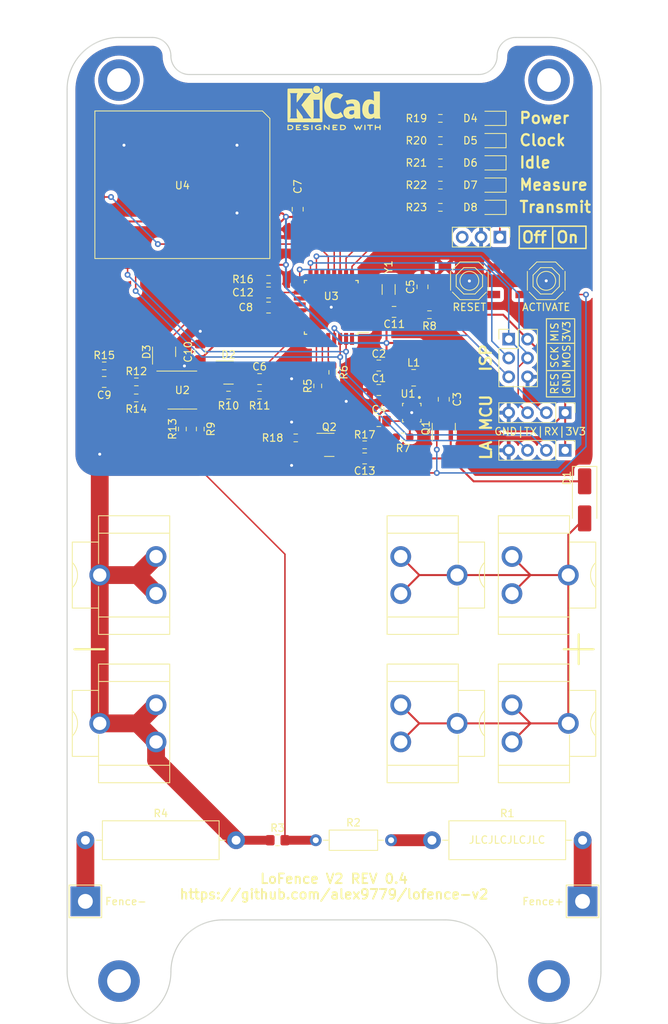
<source format=kicad_pcb>
(kicad_pcb (version 20221018) (generator pcbnew)
  (title_block (title "LoFence V2") (rev "0.4"))
  (layers (0 "F.Cu" signal) (31 "B.Cu" signal) (34 "B.Paste" user) (35 "F.Paste" user) (36 "B.SilkS" user "B.Silkscreen") (37 "F.SilkS" user "F.Silkscreen") (38 "B.Mask" user) (39 "F.Mask" user) (44 "Edge.Cuts" user))
  (net 0 "")
  (net 1 "GND")
  (net 2 "+3V3")
  (net 3 "MCU_RESET")
  (net 4 "ADC_POWER")
  (net 5 "ADC_POS")
  (net 6 "ADC_NEG")
  (net 7 "MCU_SCK")
  (net 8 "LA_RESET")
  (net 9 "LA_RX")
  (net 10 "LA_TX")
  (net 11 "PROBE")
  (net 12 "BAT_ADC")
  (net 13 "BAT_VCC")
  (net 14 "BAT_GND")
  (net 15 "Net-(U3-AREF)")
  (net 16 "AVCC")
  (net 17 "Net-(D2-A1)")
  (net 18 "Net-(D3-A1)")
  (net 19 "Net-(D4-K)")
  (net 20 "MCU_MISO")
  (net 21 "MCU_MOSI")
  (net 22 "LED_CLK")
  (net 23 "LED_IDLE")
  (net 24 "LED_MSR")
  (net 25 "LED_TX")
  (net 26 "Net-(D5-A)")
  (net 27 "Net-(D4-A)")
  (net 28 "Net-(D6-A)")
  (net 29 "Net-(D7-A)")
  (net 30 "Net-(R1-Pad1)")
  (net 33 "Net-(U3-XTAL1{slash}PB6)")
  (net 34 "Net-(U3-XTAL2{slash}PB7)")
  (net 37 "Net-(Q1-G)")
  (net 40 "Net-(U1-SS)")
  (net 41 "Net-(D8-A)")
  (net 42 "Net-(J1-Pin_1)")
  (net 43 "Net-(J2-Pin_1)")
  (net 44 "Net-(U1-L1)")
  (net 45 "Net-(U1-L2)")
  (net 46 "Net-(U1-PG)")
  (net 47 "Net-(U2B-+)")
  (net 48 "Net-(U2B--)")
  (net 49 "Net-(U2A--)")
  (net 50 "Net-(U2A-+)")
  (net 53 "PM_VCC")
  (net 54 "ACTIVATE")
  (net 55 "Net-(B11-Pin_1)")
  (footprint "Resistor_SMD:R_0603_1608Metric_Pad0.98x0.95mm_HandSolder" (layer "F.Cu") (at 70.8387 80.1605 -90)
    (fp_text reference "R6")
    (fp_text value "232R")
  )
  (footprint "Resistor_THT:R_Axial_DIN0516_L15.5mm_D5.0mm_P20.32mm_Horizontal" (layer "F.Cu") (at 37.472 143.256)
    (fp_text reference "R4")
    (fp_text value "10M 10KV")
  )
  (footprint "Resistor_SMD:R_0603_1608Metric_Pad0.98x0.95mm_HandSolder" (layer "F.Cu") (at 52.9586 87.803 -90)
    (fp_text reference "R9")
    (fp_text value "100k")
  )
  (footprint "Resistor_SMD:R_0603_1608Metric_Pad0.98x0.95mm_HandSolder" (layer "F.Cu") (at 62.1705 67.6141)
    (fp_text reference "R16")
    (fp_text value "47R")
  )
  (footprint "Capacitor_SMD:C_0805_2012Metric_Pad1.18x1.45mm_HandSolder" (layer "F.Cu") (at 66.1 58.166 -90)
    (fp_text reference "C7")
    (fp_text value "100nF")
  )
  (footprint "Capacitor_SMD:C_0805_2012Metric_Pad1.18x1.45mm_HandSolder" (layer "F.Cu") (at 62.1705 71.4241 180)
    (fp_text reference "C8")
    (fp_text value "100nF")
  )
  (footprint "Capacitor_SMD:C_0805_2012Metric_Pad1.18x1.45mm_HandSolder" (layer "F.Cu") (at 79.0956 72.009 180)
    (fp_text reference "C11")
    (fp_text value "100nF")
  )
  (footprint "ALITECS:LA66_serial-only" (layer "F.Cu") (at 50.546 54.864 -90)
    (fp_text reference "U4")
    (fp_text value "LA66")
  )
  (footprint "Resistor_THT:R_Axial_DIN0516_L15.5mm_D5.0mm_P20.32mm_Horizontal" (layer "F.Cu") (at 84.208 143.256)
    (fp_text reference "R1")
    (fp_text value "10M 10KV")
  )
  (footprint "Resistor_THT:R_Axial_DIN0207_L6.3mm_D2.5mm_P10.16mm_Horizontal" (layer "F.Cu") (at 68.536177 143.256)
    (fp_text reference "R2")
    (fp_text value "1M 700V")
  )
  (footprint "Resistor_SMD:R_0805_2012Metric_Pad1.20x1.40mm_HandSolder" (layer "F.Cu") (at 63.38 143.256)
    (fp_text reference "R3")
    (fp_text value "5k76")
  )
  (footprint "Resistor_SMD:R_0603_1608Metric_Pad0.98x0.95mm_HandSolder" (layer "F.Cu") (at 50.5456 87.803 -90)
    (fp_text reference "R13")
    (fp_text value "100k")
  )
  (footprint "Package_QFP:TQFP-32_7x7mm_P0.8mm" (layer "F.Cu") (at 70.6254 71.4 180)
    (fp_text reference "U3")
    (fp_text value "ATmega328PB-AU")
  )
  (footprint "MountingHole:MountingHole_3.2mm_M3_DIN965_Pad" (layer "F.Cu") (at 42 162.25 90)
    (fp_text reference "MH3" hide)
    (fp_text value "MountingHole")
  )
  (footprint "MountingHole:MountingHole_3.2mm_M3_DIN965_Pad" (layer "F.Cu") (at 100 40.75 90)
    (fp_text reference "MH2" hide)
    (fp_text value "MountingHole")
  )
  (footprint "MountingHole:MountingHole_3.2mm_M3_DIN965_Pad" (layer "F.Cu") (at 42 40.75 90)
    (fp_text reference "MH1" hide)
    (fp_text value "MountingHole")
  )
  (footprint "Crystal:Crystal_SMD_3215-2Pin_3.2x1.5mm" (layer "F.Cu") (at 78.3654 68.987 -90)
    (fp_text reference "Y1")
    (fp_text value "32768 Hz")
  )
  (footprint "TestPoint:TestPoint_THTPad_4.0x4.0mm_Drill2.0mm" (layer "F.Cu") (at 37.465 151.5 180)
    (fp_text reference "J2")
    (fp_text value "Fence-")
  )
  (footprint "TestPoint:TestPoint_THTPad_4.0x4.0mm_Drill2.0mm" (layer "F.Cu") (at 104.521 151.5 180)
    (fp_text reference "J1")
    (fp_text value "Fence+")
  )
  (footprint "Resistor_SMD:R_0603_1608Metric_Pad0.98x0.95mm_HandSolder" (layer "F.Cu") (at 68.8067 81.9893 -90)
    (fp_text reference "R5")
    (fp_text value "232R")
  )
  (footprint "Resistor_SMD:R_0603_1608Metric_Pad0.98x0.95mm_HandSolder" (layer "F.Cu") (at 40.0046 79.294)
    (fp_text reference "R15")
    (fp_text value "1M")
  )
  (footprint "Capacitor_SMD:C_0805_2012Metric_Pad1.18x1.45mm_HandSolder" (layer "F.Cu") (at 40.0046 81.453 180)
    (fp_text reference "C9")
    (fp_text value "100nF")
  )
  (footprint "Resistor_SMD:R_0603_1608Metric_Pad0.98x0.95mm_HandSolder" (layer "F.Cu") (at 44.3226 83.612)
    (fp_text reference "R14")
    (fp_text value "100k")
  )
  (footprint "Resistor_SMD:R_0603_1608Metric_Pad0.98x0.95mm_HandSolder" (layer "F.Cu") (at 60.9596 83.231 180)
    (fp_text reference "R11")
    (fp_text value "1M")
  )
  (footprint "Package_SO:SOIC-8_3.9x4.9mm_P1.27mm" (layer "F.Cu") (at 50.5456 82.55)
    (fp_text reference "U2")
    (fp_text value "TLV9062")
  )
  (footprint "Resistor_SMD:R_0603_1608Metric_Pad0.98x0.95mm_HandSolder" (layer "F.Cu") (at 44.3386 81.453)
    (fp_text reference "R12")
    (fp_text value "100k")
  )
  (footprint "Capacitor_SMD:C_0805_2012Metric_Pad1.18x1.45mm_HandSolder" (layer "F.Cu") (at 60.9596 81.072)
    (fp_text reference "C6")
    (fp_text value "100nF")
  )
  (footprint "Package_TO_SOT_SMD:SOT-23" (layer "F.Cu") (at 48.0818 77.389 90)
    (fp_text reference "D3")
    (fp_text value "BAV70")
  )
  (footprint "Package_TO_SOT_SMD:SOT-23" (layer "F.Cu") (at 56.7686 80.183)
    (fp_text reference "D2")
    (fp_text value "BAV70")
  )
  (footprint "Capacitor_SMD:C_0805_2012Metric_Pad1.18x1.45mm_HandSolder" (layer "F.Cu") (at 52.9586 77.389 90)
    (fp_text reference "C10")
    (fp_text value "100nF")
  )
  (footprint "Resistor_SMD:R_0603_1608Metric_Pad0.98x0.95mm_HandSolder" (layer "F.Cu") (at 56.7686 83.231 180)
    (fp_text reference "R10")
    (fp_text value "100k")
  )
  (footprint "Resistor_SMD:R_0603_1608Metric_Pad0.98x0.95mm_HandSolder" (layer "F.Cu") (at 85.345 57.912 180)
    (fp_text reference "R23")
    (fp_text value "150R")
  )
  (footprint "LED_SMD:LED_0805_2012Metric_Pad1.15x1.40mm_HandSolder" (layer "F.Cu") (at 92.345 51.912 180)
    (fp_text reference "D6")
    (fp_text value "EMERALD")
  )
  (footprint "Resistor_SMD:R_0603_1608Metric_Pad0.98x0.95mm_HandSolder" (layer "F.Cu") (at 85.345 54.912 180)
    (fp_text reference "R22")
    (fp_text value "220R")
  )
  (footprint "LED_SMD:LED_0805_2012Metric_Pad1.15x1.40mm_HandSolder" (layer "F.Cu") (at 92.345 48.912 180)
    (fp_text reference "D5")
    (fp_text value "YELLOW")
  )
  (footprint "LED_SMD:LED_0805_2012Metric_Pad1.15x1.40mm_HandSolder" (layer "F.Cu") (at 92.345 54.912 180)
    (fp_text reference "D7")
    (fp_text value "YELLOW")
  )
  (footprint "Resistor_SMD:R_0603_1608Metric_Pad0.98x0.95mm_HandSolder" (layer "F.Cu") (at 85.345 45.912 180)
    (fp_text reference "R19")
    (fp_text value "1k")
  )
  (footprint "Resistor_SMD:R_0603_1608Metric_Pad0.98x0.95mm_HandSolder" (layer "F.Cu") (at 85.345 48.912 180)
    (fp_text reference "R20")
    (fp_text value "220R")
  )
  (footprint "Connector_PinHeader_2.54mm:PinHeader_1x03_P2.54mm_Vertical" (layer "F.Cu") (at 93.3704 61.9252 -90)
    (fp_text reference locked "J4" hide)
    (fp_text value "DEBUG LED")
  )
  (footprint "LED_SMD:LED_0805_2012Metric_Pad1.15x1.40mm_HandSolder" (layer "F.Cu") (at 92.345 45.912 180)
    (fp_text reference "D4")
    (fp_text value "EMERALD")
  )
  (footprint "LED_SMD:LED_0805_2012Metric_Pad1.15x1.40mm_HandSolder" (layer "F.Cu") (at 92.345 57.912 180)
    (fp_text reference "D8")
    (fp_text value "RED")
  )
  (footprint "Resistor_SMD:R_0603_1608Metric_Pad0.98x0.95mm_HandSolder" (layer "F.Cu") (at 85.345 51.912 180)
    (fp_text reference "R21")
    (fp_text value "1k")
  )
  (footprint "Resistor_SMD:R_0603_1608Metric_Pad0.98x0.95mm_HandSolder" (layer "F.Cu") (at 83.8708 72.39 180)
    (fp_text reference "R8")
    (fp_text value "4k7")
  )
  (footprint "Capacitor_SMD:C_0805_2012Metric_Pad1.18x1.45mm_HandSolder" (layer "F.Cu") (at 82.931 68.6308 90)
    (fp_text reference "C5")
    (fp_text value "100nF")
  )
  (footprint "Capacitor_SMD:C_0805_2012Metric_Pad1.18x1.45mm_HandSolder" (layer "F.Cu") (at 85.8 83.7946 90)
    (fp_text reference "C3")
    (fp_text value "10uF")
  )
  (footprint "Connector_PinHeader_2.54mm:PinHeader_1x04_P2.54mm_Vertical" (layer "F.Cu") (at 102.1785 90.678 -90)
    (fp_text reference "J6" hide)
    (fp_text value "DEBUG LA")
  )
  (footprint "Connector_PinHeader_2.54mm:PinHeader_2x03_P2.54mm_Vertical" (layer "F.Cu") (at 94.5635 75.685)
    (fp_text reference "J3" hide)
    (fp_text value "ISP")
  )
  (footprint "Connector_PinHeader_2.54mm:PinHeader_1x04_P2.54mm_Vertical" (layer "F.Cu") (at 102.1785 85.598 -90)
    (fp_text reference "J5" hide)
    (fp_text value "DEBUG MCU")
  )
  (footprint "Capacitor_SMD:C_0805_2012Metric_Pad1.18x1.45mm_HandSolder" (layer "F.Cu") (at 62.1705 69.3934)
    (fp_text reference "C12")
    (fp_text value "100nF")
  )
  (footprint "ALITECS:TS-1187A-B-A-B" (layer "F.Cu") (at 89.2556 67.818 180)
    (fp_text reference locked "SW1" hide)
    (fp_text value locked "RESET")
  )
  (footprint "Capacitor_SMD:C_0805_2012Metric_Pad1.18x1.45mm_HandSolder" (layer "F.Cu") (at 77.0421 82.5446 180)
    (fp_text reference "C1")
    (fp_text value "10uF")
  )
  (footprint "Capacitor_SMD:C_0805_2012Metric_Pad1.18x1.45mm_HandSolder" (layer "F.Cu") (at 77.0421 79.2426 180)
    (fp_text reference "C2")
    (fp_text value "10uF")
  )
  (footprint "Resistor_SMD:R_0603_1608Metric_Pad0.98x0.95mm_HandSolder" (layer "F.Cu") (at 80.3148 88.8746)
    (fp_text reference "R7")
    (fp_text value "100k")
  )
  (footprint "ALITECS:MY-18650-01" (layer "F.Cu") (at 95 127.5 180)
    (fp_text reference "B21" hide)
    (fp_text value "MY-18650-01")
  )
  (footprint "Inductor_SMD:L_1008_2520Metric_Pad1.43x2.20mm_HandSolder" (layer "F.Cu") (at 81.7411 80.8936 180)
    (fp_text reference "L1")
    (fp_text value "1.5uH")
  )
  (footprint "Resistor_SMD:R_0603_1608Metric_Pad0.98x0.95mm_HandSolder" (layer "F.Cu") (at 65.8368 89.0016 180)
    (fp_text reference "R18")
    (fp_text value "1M")
  )
  (footprint "Symbol:KiCad-Logo2_5mm_SilkScreen" (layer "F.Cu") (at 71 44.5)
    (fp_text reference "REF**" hide)
    (fp_text value "KiCad-Logo2_5mm_SilkScreen" hide)
  )
  (footprint "Package_TO_SOT_SMD:SOT-23" (layer "F.Cu") (at 70.358 89.9414)
    (fp_text reference "Q2")
    (fp_text value "2N7002")
  )
  (footprint "Package_TO_SOT_SMD:SOT-23" (layer "F.Cu") (at 85.8012 87.6808 90)
    (fp_text reference "Q1")
    (fp_text value "LBSS84LT1G")
  )
  (footprint "ALITECS:MY-18650-01" (layer "F.Cu") (at 47 107.5)
    (fp_text reference "B10" hide)
    (fp_text value "MY-18650-01")
  )
  (footprint "Capacitor_SMD:C_0805_2012Metric_Pad1.18x1.45mm_HandSolder" (layer "F.Cu") (at 75.1332 91.7702 180)
    (fp_text reference "C13")
    (fp_text value "100nF")
  )
  (footprint "Capacitor_SMD:C_0805_2012Metric_Pad1.18x1.45mm_HandSolder" (layer "F.Cu") (at 77.0421 86.7356 180)
    (fp_text reference "C4")
    (fp_text value "1nF")
  )
  (footprint "MountingHole:MountingHole_3.2mm_M3_DIN965_Pad" (layer "F.Cu") (at 100 162.25)
    (fp_text reference "MH4" hide)
    (fp_text value "MountingHole")
  )
  (footprint "ALITECS:TPS63051RMW" (layer "F.Cu") (at 81.4871 85.5926 -90)
    (fp_text reference "U1")
    (fp_text value "TPS63051RMW")
  )
  (footprint "Diode_SMD:D_SMA_Handsoldering" (layer "F.Cu") (at 104.8 97.3582 -90)
    (fp_text reference "D1")
    (fp_text value "D_Schottky")
  )
  (footprint "ALITECS:TS-1187A-B-A-B" (layer "F.Cu") (at 99.6188 67.818 180)
    (fp_text reference locked "SW2" hide)
    (fp_text value locked "ACTIVATE")
  )
  (footprint "Symbol:OSHW-Logo_5.7x6mm_Copper" (layer "F.Cu") (at 71 51)
    (fp_text reference "REF**" hide)
    (fp_text value "OSHW-Logo_5.7x6mm_Copper" hide)
  )
  (footprint "ALITECS:MY-18650-01" (layer "F.Cu") (at 80 127.5 180)
    (fp_text reference "B41" hide)
    (fp_text value "MY-18650-01")
  )
  (footprint "ALITECS:MY-18650-01" (layer "F.Cu") (at 47 127.5)
    (fp_text reference "B20" hide)
    (fp_text value "MY-18650-01")
  )
  (footprint "ALITECS:MY-18650-01" (layer "F.Cu") (at 95 107.5 180)
    (fp_text reference "B11" hide)
    (fp_text value "MY-18650-01")
  )
  (footprint "Resistor_SMD:R_0603_1608Metric_Pad0.98x0.95mm_HandSolder" (layer "F.Cu") (at 75.1332 89.9414)
    (fp_text reference "R17")
    (fp_text value "100k")
  )
  (footprint "ALITECS:MY-18650-01" (layer "F.Cu") (at 80 107.5 180)
    (fp_text reference "B31" hide)
    (fp_text value "MY-18650-01")
  )
  (gr_line (start 104.9824 63.4506) (end 95.9824 63.4506) (stroke (width 0.2)) (layer "F.SilkS"))
  (gr_line (start 95.9824 60.4506) (end 104.9824 60.4506) (stroke (width 0.2)) (layer "F.SilkS"))
  (gr_line (start 104.9824 60.4506) (end 104.9824 63.4506) (stroke (width 0.2)) (layer "F.SilkS"))
  (gr_line (start 95.9824 63.4506) (end 95.9824 60.4506) (stroke (width 0.2)) (layer "F.SilkS"))
  (gr_line (start 100.4824 63.4506) (end 100.4824 60.4506) (stroke (width 0.2)) (layer "F.SilkS"))
  (gr_line (start 36 117.5) (end 40 117.5) (stroke (width 0.3)) (layer "F.SilkS"))
  (gr_line (start 99.6485 76.2415) (end 103.4585 76.2415) (stroke (width 0.15)) (layer "F.SilkS"))
  (gr_line (start 99.6485 79.9245) (end 103.4585 79.9245) (stroke (width 0.15)) (layer "F.SilkS"))
  (gr_line (start 102 117.5) (end 106 117.5) (stroke (width 0.3)) (layer "F.SilkS"))
  (gr_line (start 104 115.5) (end 104 119.5) (stroke (width 0.3)) (layer "F.SilkS"))
  (gr_rect (start 99.6485 72.9395) (end 103.4585 83.4805) (stroke (width 0.15)) (fill none) (layer "F.SilkS"))
  (gr_arc (start 100 35) (mid 104.949747 37.050253) (end 107 42) (stroke (width 0.15)) (layer "Edge.Cuts"))
  (gr_line (start 56 154) (end 86 154) (stroke (width 0.15)) (layer "Edge.Cuts"))
  (gr_arc (start 100 168) (mid 95.050253 165.949747) (end 93 161) (stroke (width 0.15)) (layer "Edge.Cuts"))
  (gr_arc (start 42 168) (mid 37.050253 165.949747) (end 35 161) (stroke (width 0.15)) (layer "Edge.Cuts"))
  (gr_line (start 46.5 35) (end 42 35) (stroke (width 0.15)) (layer "Edge.Cuts"))
  (gr_line (start 90.5 40) (end 51.5 40) (stroke (width 0.15)) (layer "Edge.Cuts"))
  (gr_arc (start 49 161) (mid 46.949747 165.949747) (end 42 168) (stroke (width 0.15)) (layer "Edge.Cuts"))
  (gr_line (start 100 35) (end 95.5 35) (stroke (width 0.15)) (layer "Edge.Cuts"))
  (gr_arc (start 46.5 35) (mid 48.267767 35.732233) (end 49 37.5) (stroke (width 0.15)) (layer "Edge.Cuts"))
  (gr_line (start 107 161) (end 107 42) (stroke (width 0.15)) (layer "Edge.Cuts"))
  (gr_arc (start 51.5 40) (mid 49.732233 39.267767) (end 49 37.5) (stroke (width 0.15)) (layer "Edge.Cuts"))
  (gr_arc (start 49 161) (mid 51.050253 156.050253) (end 56 154) (stroke (width 0.15)) (layer "Edge.Cuts"))
  (gr_arc (start 107 161) (mid 104.949747 165.949747) (end 100 168) (stroke (width 0.15)) (layer "Edge.Cuts"))
  (gr_arc (start 35 42) (mid 37.050253 37.050253) (end 42 35) (stroke (width 0.15)) (layer "Edge.Cuts"))
  (gr_arc (start 93 37.5) (mid 93.732233 35.732233) (end 95.5 35) (stroke (width 0.15)) (layer "Edge.Cuts"))
  (gr_arc (start 86 154) (mid 90.949747 156.050253) (end 93 161) (stroke (width 0.15)) (layer "Edge.Cuts"))
  (gr_line (start 35 42) (end 35 161) (stroke (width 0.15)) (layer "Edge.Cuts"))
  (gr_arc (start 93 37.5) (mid 92.267767 39.267767) (end 90.5 40) (stroke (width 0.15)) (layer "Edge.Cuts"))
  (gr_text "On" (at 102.4824 61.9506) (layer "F.SilkS") (effects (font (size 1.5 1.5) (thickness 0.3))))
  (gr_text "Power" (at 95.845 45.864) (layer "F.SilkS") (effects (font (size 1.5 1.5) (thickness 0.3)) (justify left)))
  (gr_text "Clock" (at 95.845 48.864) (layer "F.SilkS") (effects (font (size 1.5 1.5) (thickness 0.3)) (justify left)))
  (gr_text "Off" (at 98.0184 61.9506) (layer "F.SilkS") (effects (font (size 1.5 1.5) (thickness 0.3))))
  (gr_text "Measure" (at 95.845 54.864) (layer "F.SilkS") (effects (font (size 1.5 1.5) (thickness 0.3)) (justify left)))
  (gr_text "Transmit" (at 95.845 57.864) (layer "F.SilkS") (effects (font (size 1.5 1.5) (thickness 0.3)) (justify left)))
  (gr_text "Idle" (at 95.845 51.864) (layer "F.SilkS") (effects (font (size 1.5 1.5) (thickness 0.3)) (justify left)))
  (gr_text "MCU" (at 91.5 85.598 90) (layer "F.SilkS") (effects (font (size 1.5 1.5) (thickness 0.3))))
  (gr_text "RES\nGND" (at 102.9505 83.2265 90) (layer "F.SilkS") (effects (font (size 1 1)) (justify left bottom)))
  (gr_text "ISP" (at 91.4697 78.21 90) (layer "F.SilkS") (effects (font (size 1.5 1.5) (thickness 0.3))))
  (gr_text "JLCJLCJLCJLC" (at 89.1 143.8) (layer "F.SilkS") (effects (font (size 1 1)) (justify left bottom)))
  (gr_text "${TITLE} REV ${REVISION}\nhttps://github.com/alex9779/lofence-v2\n" (at 71 149.5) (layer "F.SilkS") (effects (font (size 1.3 1.3) (thickness 0.25))))
  (gr_text "LA" (at 91.5 90.678 90) (layer "F.SilkS") (effects (font (size 1.5 1.5) (thickness 0.3))))
  (gr_text "MIS\n3V3" (at 102.9505 76.1145 90) (layer "F.SilkS") (effects (font (size 1 1)) (justify left bottom)))
  (gr_text "SCK\nMOS" (at 102.9505 79.6705 90) (layer "F.SilkS") (effects (font (size 1 1)) (justify left bottom)))
  (gr_text "GND|TX|RX|3V3" (at 98.806 88.138) (layer "F.SilkS") (effects (font (size 1 1))))
  (segment (start 39.4 107.5) (end 44.5 107.5) (width 2.4) (layer "F.Cu") (net 1))
  (segment (start 81.2301 85.8426) (end 81.4801 85.5926) (width 0.27) (layer "F.Cu") (net 1))
  (segment (start 47 132.464) (end 57.792 143.256) (width 2.4) (layer "F.Cu") (net 1))
  (segment (start 81.4801 85.5926) (end 81.7371 85.3356) (width 0.27) (layer "F.Cu") (net 1))
  (segment (start 44.5 107.5) (end 47 105) (width 2.4) (layer "F.Cu") (net 1))
  (segment locked (start 62.38 143.256) (end 57.792 143.256) (width 1.2) (layer "F.Cu") (net 1))
  (segment (start 44.5 107.5) (end 47 110) (width 2.4) (layer "F.Cu") (net 1))
  (segment (start 71 71) (end 70.6254 71.3746) (width 0.27) (layer "F.Cu") (net 1))
  (segment (start 39.4 107.5) (end 39.4 127.5) (width 2.4) (layer "F.Cu") (net 1))
  (segment (start 47 130) (end 47 132.464) (width 2.4) (layer "F.Cu") (net 1))
  (segment (start 70.2 71.8) (end 70.6254 71.3746) (width 0.27) (layer "F.Cu") (net 1))
  (segment (start 74.8754 71) (end 71 71) (width 0.27) (layer "F.Cu") (net 1))
  (segment (start 81.4801 85.5926) (end 81.7371 85.8496) (width 0.27) (layer "F.Cu") (net 1))
  (segment (start 80.3021 85.8426) (end 81.2301 85.8426) (width 0.27) (layer "F.Cu") (net 1))
  (segment (start 44.5 127.5) (end 47 130) (width 2.4) (layer "F.Cu") (net 1))
  (segment (start 81.7371 85.3356) (end 81.7371 84.4076) (width 0.27) (layer "F.Cu") (net 1))
  (segment (start 66.3754 71.8) (end 70.2 71.8) (width 0.27) (layer "F.Cu") (net 1))
  (segment (start 39.4 107.5) (end 39.4 91.2) (width 2.4) (layer "F.Cu") (net 1))
  (segment (start 44.5 127.5) (end 47 125) (width 2.4) (layer "F.Cu") (net 1))
  (segment (start 81.7371 85.8496) (end 81.7371 86.7776) (width 0.27) (layer "F.Cu") (net 1))
  (segment (start 39.4 127.5) (end 44.5 127.5) (width 2.4) (layer "F.Cu") (net 1))
  (segment (start 102.9188 65.968) (end 96.3188 65.968) (width 0.2) (layer "F.Cu") (net 1))
  (via (at 39.4 91.2) (size 0.8) (drill 0.4) (layers "F.Cu" "B.Cu") (net 1))
  (via (at 89.2556 67.8434) (size 0.8) (drill 0.4) (layers "F.Cu" "B.Cu") (net 1))
  (via (at 81.4801 85.5926) (size 0.8) (drill 0.4) (layers "F.Cu" "B.Cu") (net 1))
  (via (at 70.6254 71.3746) (size 0.8) (drill 0.4) (layers "F.Cu" "B.Cu") (net 1))
  (via (at 72.644 84.074) (size 0.8) (drill 0.4) (layers "F.Cu" "B.Cu") (net 1))
  (via (at 57.912 49.53) (size 0.8) (drill 0.4) (layers "F.Cu" "B.Cu") (net 1))
  (via (at 52.959 74.6252) (size 0.8) (drill 0.4) (layers "F.Cu" "B.Cu") (net 1))
  (via (at 65.278 81.026) (size 0.8) (drill 0.4) (layers "F.Cu" "B.Cu") (net 1))
  (via (at 65.278 86.868) (size 0.8) (drill 0.4) (layers "F.Cu" "B.Cu") (net 1))
  (via (at 65.278 92.71) (size 0.8) (drill 0.4) (layers "F.Cu" "B.Cu") (net 1))
  (via (at 42.672 49.53) (size 0.8) (drill 0.4) (layers "F.Cu" "B.Cu") (net 1))
  (via (at 50.8254 79.2988) (size 0.8) (drill 0.4) (layers "F.Cu" "B.Cu") (net 1))
  (via (at 57.912 58.674) (size 0.8) (drill 0.4) (layers "F.Cu" "B.Cu") (net 1))
  (via (at 99.6188 67.818) (size 0.8) (drill 0.4) (layers "F.Cu" "B.Cu") (net 1))
  (segment (start 78.0796 82.6201) (end 80.3021 84.8426) (width 0.27) (layer "F.Cu") (net 2))
  (segment (start 80.3021 85.3426) (end 80.3021 84.8426) (width 0.27) (layer "F.Cu") (net 2))
  (segment (start 63.2131 65.659) (end 64.516 65.659) (width 0.27) (layer "F.Cu") (net 2))
  (segment (start 102.1635 85.583) (end 102.1785 85.598) (width 0.27) (layer "F.Cu") (net 2))
  (segment (start 64.048 58.714) (end 64.516 59.182) (width 0.27) (layer "F.Cu") (net 2))
  (segment (start 78.0796 79.2426) (end 78.0796 76.2) (width 0.27) (layer "F.Cu") (net 2))
  (segment (start 78.0796 76.2) (end 82.4747 76.2) (width 0.27) (layer "F.Cu") (net 2))
  (segment (start 93.8085 72.39) (end 97.1035 75.685) (width 0.27) (layer "F.Cu") (net 2))
  (segment (start 82.4747 76.2) (end 94.3907 88.116) (width 0.27) (layer "F.Cu") (net 2))
  (segment (start 99.6605 88.116) (end 102.1785 85.598) (width 0.27) (layer "F.Cu") (net 2))
  (segment (start 62.371 59.814) (end 52.9082 59.814) (width 0.27) (layer "F.Cu") (net 2))
  (segment (start 78.0796 76.2) (end 78.0796 72.0305) (width 0.27) (layer "F.Cu") (net 2))
  (segment (start 102.1785 80.76) (end 102.1785 85.598) (width 0.27) (layer "F.Cu") (net 2))
  (segment (start 42.146 59.814) (end 40.946 61.014) (width 0.27) (layer "F.Cu") (net 2))
  (segment (start 66.1 59.2035) (end 71.141 59.2035) (width 0.27) (layer "F.Cu") (net 2))
  (segment (start 61.258 67.6141) (end 63.2131 65.659) (width 0.27) (layer "F.Cu") (net 2))
  (segment (start 97.1035 75.685) (end 102.1785 80.76) (width 0.27) (layer "F.Cu") (net 2))
  (segment (start 78.359 88.8746) (end 77.1421 87.6577) (width 0.27) (layer "F.Cu") (net 2))
  (segment (start 78.0796 82.5446) (end 78.0796 79.2426) (width 0.27) (layer "F.Cu") (net 2))
  (segment (start 77.1421 87.6577) (end 77.1421 85.8243) (width 0.27) (layer "F.Cu") (net 2))
  (segment (start 77.1421 85.8243) (end 77.6238 85.3426) (width 0.27) (layer "F.Cu") (net 2))
  (segment (start 66.1 59.2035) (end 64.5375 59.2035) (width 0.27) (layer "F.Cu") (net 2))
  (segment (start 77.6238 85.3426) (end 80.3021 85.3426) (width 0.27) (layer "F.Cu") (net 2))
  (segment (start 74.8754 71.8) (end 77.8491 71.8) (width 0.27) (layer "F.Cu") (net 2))
  (segment (start 63.884 59.814) (end 64.516 59.182) (width 0.27) (layer "F.Cu") (net 2))
  (segment (start 62.371 58.714) (end 64.048 58.714) (width 0.27) (layer "F.Cu") (net 2))
  (segment (start 52.9082 59.814) (end 42.146 59.814) (width 0.27) (layer "F.Cu") (net 2))
  (segment (start 79.4023 88.8746) (end 78.359 88.8746) (width 0.27) (layer "F.Cu") (net 2))
  (segment (start 42.046 64.839) (end 40.946 64.839) (width 0.27) (layer "F.Cu") (net 2))
  (segment (start 94.3907 88.116) (end 99.6605 88.116) (width 0.27) (layer "F.Cu") (net 2))
  (segment (start 78.0796 72.0305) (end 78.0581 72.009) (width 0.27) (layer "F.Cu") (net 2))
  (segment (start 71.141 59.2035) (end 84.4325 45.912) (width 0.27) (layer "F.Cu") (net 2))
  (segment (start 77.8491 71.8) (end 78.0581 72.009) (width 0.27) (layer "F.Cu") (net 2))
  (segment (start 84.7833 72.39) (end 93.8085 72.39) (width 0.27) (layer "F.Cu") (net 2))
  (segment (start 40.946 64.839) (end 40.946 61.014) (width 0.27) (layer "F.Cu") (net 2))
  (segment (start 39.746 59.814) (end 38.721 59.814) (width 0.27) (layer "F.Cu") (net 2))
  (segment (start 64.5375 59.2035) (end 64.516 59.182) (width 0.27) (layer "F.Cu") (net 2))
  (segment (start 102.1785 85.598) (end 102.1785 90.678) (width 0.27) (layer "F.Cu") (net 2))
  (segment (start 40.946 61.014) (end 39.746 59.814) (width 0.27) (layer "F.Cu") (net 2))
  (segment (start 62.371 59.814) (end 63.884 59.814) (width 0.27) (layer "F.Cu") (net 2))
  (segment (start 78.0796 82.5446) (end 78.0796 82.6201) (width 0.27) (layer "F.Cu") (net 2))
  (segment (start 80.3021 84.8426) (end 80.7371 84.4076) (width 0.27) (layer "F.Cu") (net 2))
  (via (at 64.516 59.182) (size 0.8) (drill 0.4) (layers "F.Cu" "B.Cu") (net 2))
  (via (at 78.0796 76.2) (size 0.8) (drill 0.4) (layers "F.Cu" "B.Cu") (net 2))
  (via (at 64.516 65.659) (size 0.8) (drill 0.4) (layers "F.Cu" "B.Cu") (net 2))
  (segment (start 64.516 68.751661) (end 64.516 65.659) (width 0.27) (layer "B.Cu") (net 2))
  (segment (start 64.516 65.659) (end 64.516 59.182) (width 0.27) (layer "B.Cu") (net 2))
  (segment (start 71.964339 76.2) (end 64.516 68.751661) (width 0.27) (layer "B.Cu") (net 2))
  (segment (start 78.0796 76.2) (end 71.964339 76.2) (width 0.27) (layer "B.Cu") (net 2))
  (segment (start 82.9313 69.668) (end 82.931 69.6683) (width 0.2) (layer "F.Cu") (net 3))
  (segment (start 92.5556 69.668) (end 85.9556 69.668) (width 0.2) (layer "F.Cu") (net 3))
  (segment (start 82.931 72.3627) (end 82.931 69.6683) (width 0.2) (layer "F.Cu") (net 3))
  (segment (start 83.7333 73.165) (end 86.9835 73.165) (width 0.2) (layer "F.Cu") (net 3))
  (segment (start 71.0254 74.2372) (end 71.0438 74.2188) (width 0.2) (layer "F.Cu") (net 3))
  (segment (start 82.9583 72.39) (end 83.7333 73.165) (width 0.2) (layer "F.Cu") (net 3))
  (segment (start 94.5635 80.745) (end 94.5635 80.765) (width 0.2) (layer "F.Cu") (net 3))
  (segment (start 71.0254 75.65) (end 71.0254 74.2372) (width 0.2) (layer "F.Cu") (net 3))
  (segment (start 82.9583 72.39) (end 82.931 72.3627) (width 0.2) (layer "F.Cu") (net 3))
  (segment (start 85.9556 69.668) (end 82.9313 69.668) (width 0.2) (layer "F.Cu") (net 3))
  (segment (start 86.9835 73.165) (end 94.5635 80.745) (width 0.2) (layer "F.Cu") (net 3))
  (via (at 71.0438 74.2188) (size 0.8) (drill 0.4) (layers "F.Cu" "B.Cu") (net 3))
  (segment (start 71.0438 74.2188) (end 72.009 75.184) (width 0.2) (layer "B.Cu") (net 3))
  (segment (start 88.9825 75.184) (end 94.5635 80.765) (width 0.2) (layer "B.Cu") (net 3))
  (segment (start 72.009 75.184) (end 88.9825 75.184) (width 0.2) (layer "B.Cu") (net 3))
  (segment (start 57.1851 74.2) (end 66.3754 74.2) (width 0.27) (layer "F.Cu") (net 4))
  (segment (start 52.9586 78.4265) (end 57.1851 74.2) (width 0.27) (layer "F.Cu") (net 4))
  (segment (start 53.0206 78.4885) (end 52.9586 78.4265) (width 0.27) (layer "F.Cu") (net 4))
  (segment (start 53.0206 80.645) (end 53.0206 78.4885) (width 0.27) (layer "F.Cu") (net 4))
  (segment (start 57.7686 83.231) (end 59.9596 83.231) (width 0.2) (layer "F.Cu") (net 5))
  (segment (start 59.9596 81.1095) (end 59.9221 81.072) (width 0.2) (layer "F.Cu") (net 5))
  (segment (start 59.9596 83.231) (end 59.9596 81.1095) (width 0.2) (layer "F.Cu") (net 5))
  (segment (start 65.3441 75.65) (end 67.8254 75.65) (width 0.2) (layer "F.Cu") (net 5))
  (segment (start 59.9221 81.072) (end 58.5951 81.072) (width 0.2) (layer "F.Cu") (net 5))
  (segment (start 59.9221 81.072) (end 65.3441 75.65) (width 0.2) (layer "F.Cu") (net 5))
  (segment (start 58.5951 81.072) (end 57.7061 80.183) (width 0.2) (layer "F.Cu") (net 5))
  (segment (start 43.3386 81.453) (end 41.0421 81.453) (width 0.2) (layer "F.Cu") (net 6))
  (segment (start 47.777 76.4515) (end 48.0818 76.4515) (width 0.2) (layer "F.Cu") (net 6))
  (segment (start 41.0421 79.3315) (end 41.0046 79.294) (width 0.2) (layer "F.Cu") (net 6))
  (segment (start 43.3386 81.453) (end 43.3386 80.024) (width 0.2) (layer "F.Cu") (net 6))
  (segment (start 51.1333 73.4) (end 66.3754 73.4) (width 0.2) (layer "F.Cu") (net 6))
  (segment (start 43.3386 80.024) (end 46.9111 76.4515) (width 0.2) (layer "F.Cu") (net 6))
  (segment (start 41.0421 81.453) (end 41.0421 79.3315) (width 0.2) (layer "F.Cu") (net 6))
  (segment (start 48.0818 76.4515) (end 51.1333 73.4) (width 0.2) (layer "F.Cu") (net 6))
  (segment (start 46.9111 76.4515) (end 47.777 76.4515) (width 0.2) (layer "F.Cu") (net 6))
  (segment (start 66.3702 66.294) (end 66.3754 66.2992) (width 0.2) (layer "F.Cu") (net 7))
  (segment (start 66.3754 66.2992) (end 66.3754 68.6) (width 0.2) (layer "F.Cu") (net 7))
  (via (at 66.3702 66.294) (size 0.8) (drill 0.4) (layers "F.Cu" "B.Cu") (net 7))
  (segment (start 91.4654 66.294) (end 92.2825 67.1111) (width 0.2) (layer "B.Cu") (net 7))
  (segment (start 66.3702 66.294) (end 91.4654 66.294) (width 0.2) (layer "B.Cu") (net 7))
  (segment (start 92.2825 67.1111) (end 92.2825 75.944) (width 0.2) (layer "B.Cu") (net 7))
  (segment (start 92.2825 75.944) (end 94.5635 78.225) (width 0.2) (layer "B.Cu") (net 7))
  (segment (start 70.2254 64.5095) (end 70.2254 67.15) (width 0.2) (layer "F.Cu") (net 8))
  (segment (start 47.244 62.865) (end 68.5809 62.865) (width 0.2) (layer "F.Cu") (net 8))
  (segment (start 38.722 56.515) (end 38.721 56.514) (width 0.2) (layer "F.Cu") (net 8))
  (segment (start 40.9194 56.515) (end 38.722 56.515) (width 0.2) (layer "F.Cu") (net 8))
  (segment (start 68.5809 62.865) (end 70.2254 64.5095) (width 0.2) (layer "F.Cu") (net 8))
  (via (at 40.9194 56.515) (size 0.8) (drill 0.4) (layers "F.Cu" "B.Cu") (net 8))
  (via (at 47.244 62.865) (size 0.8) (drill 0.4) (layers "F.Cu" "B.Cu") (net 8))
  (segment (start 47.244 62.8396) (end 40.9194 56.515) (width 0.2) (layer "B.Cu") (net 8))
  (segment (start 47.244 62.865) (end 47.244 62.8396) (width 0.2) (layer "B.Cu") (net 8))
  (segment (start 43.1546 64.8476) (end 43.146 64.839) (width 0.2) (layer "F.Cu") (net 9))
  (segment (start 72.6186 77.3684) (end 72.6254 77.3616) (width 0.2) (layer "F.Cu") (net 9))
  (segment (start 43.1546 67.0052) (end 43.1546 64.8476) (width 0.2) (layer "F.Cu") (net 9))
  (segment (start 72.6254 77.3616) (end 72.6254 75.65) (width 0.2) (layer "F.Cu") (net 9))
  (via (at 72.6186 77.3684) (size 0.8) (drill 0.4) (layers "F.Cu" "B.Cu") (net 9))
  (via (at 43.1546 67.0052) (size 0.8) (drill 0.4) (layers "F.Cu" "B.Cu") (net 9))
  (segment (start 72.6186 80.3686) (end 80.8452 88.5952) (width 0.2) (layer "B.Cu") (net 9))
  (segment (start 72.6186 77.3684) (end 53.5178 77.3684) (width 0.2) (layer "B.Cu") (net 9))
  (segment (start 80.8452 88.5952) (end 97.5557 88.5952) (width 0.2) (layer "B.Cu") (net 9))
  (segment (start 53.5178 77.3684) (end 43.1546 67.0052) (width 0.2) (layer "B.Cu") (net 9))
  (segment (start 72.6186 77.3684) (end 72.6186 80.3686) (width 0.2) (layer "B.Cu") (net 9))
  (segment (start 97.5557 88.5952) (end 99.6385 90.678) (width 0.2) (layer "B.Cu") (net 9))
  (segment (start 71.8254 78.0871) (end 71.8312 78.0929) (width 0.2) (layer "F.Cu") (net 10))
  (segment (start 44.246 69.1888) (end 44.246 64.839) (width 0.2) (layer "F.Cu") (net 10))
  (segment (start 44.2468 69.1896) (end 44.246 69.1888) (width 0.2) (layer "F.Cu") (net 10))
  (segment (start 71.8254 75.65) (end 71.8254 78.0871) (width 0.2) (layer "F.Cu") (net 10))
  (via (at 44.2468 69.1896) (size 0.8) (drill 0.4) (layers "F.Cu" "B.Cu") (net 10))
  (via (at 71.8312 78.0929) (size 0.8) (drill 0.4) (layers "F.Cu" "B.Cu") (net 10))
  (segment (start 71.8312 78.0929) (end 71.8312 80.5812) (width 0.2) (layer "B.Cu") (net 10))
  (segment (start 71.8312 80.5812) (end 80.6072 89.3572) (width 0.2) (layer "B.Cu") (net 10))
  (segment (start 53.1501 78.0929) (end 44.2468 69.1896) (width 0.2) (layer "B.Cu") (net 10))
  (segment (start 95.7777 89.3572) (end 97.0985 90.678) (width 0.2) (layer "B.Cu") (net 10))
  (segment (start 71.8312 78.0929) (end 53.1501 78.0929) (width 0.2) (layer "B.Cu") (net 10))
  (segment (start 80.6072 89.3572) (end 95.7777 89.3572) (width 0.2) (layer "B.Cu") (net 10))
  (segment (start 52.9586 88.946) (end 52.9586 88.803) (width 0.2) (layer "F.Cu") (net 11))
  (segment (start 64.38 143.256) (end 64.38 104.6854) (width 0.2) (layer "F.Cu") (net 11))
  (segment (start 51.8156 90.073) (end 50.5456 88.803) (width 0.2) (layer "F.Cu") (net 11))
  (segment (start 64.38 104.6854) (end 51.8156 92.121) (width 0.2) (layer "F.Cu") (net 11))
  (segment (start 51.8156 92.121) (end 51.8156 90.073) (width 0.2) (layer "F.Cu") (net 11))
  (segment (start 51.8156 90.073) (end 51.8316 90.073) (width 0.2) (layer "F.Cu") (net 11))
  (segment (start 51.8316 90.073) (end 52.9586 88.946) (width 0.2) (layer "F.Cu") (net 11))
  (segment locked (start 68.536177 143.256) (end 64.38 143.256) (width 1.2) (layer "F.Cu") (net 11))
  (segment (start 70.8387 81.073) (end 68.8105 81.073) (width 0.2) (layer "F.Cu") (net 12))
  (segment (start 68.8105 81.073) (end 68.8067 81.0768) (width 0.2) (layer "F.Cu") (net 12))
  (segment (start 69.4254 80.4581) (end 68.8067 81.0768) (width 0.2) (layer "F.Cu") (net 12))
  (segment (start 69.4254 75.65) (end 69.4254 80.4581) (width 0.2) (layer "F.Cu") (net 12))
  (segment (start 76.1707 90.0664) (end 76.0457 89.9414) (width 0.27) (layer "F.Cu") (net 13))
  (segment (start 76.1707 91.7702) (end 76.1707 90.0664) (width 0.27) (layer "F.Cu") (net 13))
  (segment (start 86.741 88.6285) (end 86.7512 88.6183) (width 0.27) (layer "F.Cu") (net 13))
  (segment (start 89.829 94.8582) (end 86.741 91.7702) (width 0.27) (layer "F.Cu") (net 13))
  (segment (start 69.0061 82.9018) (end 76.0457 89.9414) (width 0.27) (layer "F.Cu") (net 13))
  (segment (start 104.8 94.8582) (end 89.829 94.8582) (width 0.27) (layer "F.Cu") (net 13))
  (segment (start 68.8067 82.9018) (end 69.0061 82.9018) (width 0.27) (layer "F.Cu") (net 13))
  (segment (start 86.741 91.7702) (end 86.741 88.6285) (width 0.27) (layer "F.Cu") (net 13))
  (segment (start 76.1707 91.7702) (end 86.741 91.7702) (width 0.27) (layer "F.Cu") (net 13))
  (segment (start 70.2254 78.6347) (end 70.8387 79.248) (width 0.2) (layer "F.Cu") (net 14))
  (segment (start 70.2254 75.65) (end 70.2254 78.6347) (width 0.2) (layer "F.Cu") (net 14))
  (segment (start 63.6321 71) (end 66.3754 71) (width 0.2) (layer "F.Cu") (net 15))
  (segment (start 63.208 71.4241) (end 63.6321 71) (width 0.2) (layer "F.Cu") (net 15))
  (segment (start 63.208 69.3934) (end 66.3688 69.3934) (width 0.2) (layer "F.Cu") (net 16))
  (segment (start 63.208 69.3934) (end 63.083 69.2684) (width 0.2) (layer "F.Cu") (net 16))
  (segment (start 63.083 69.2684) (end 63.083 67.6141) (width 0.2) (layer "F.Cu") (net 16))
  (segment (start 66.3688 69.3934) (end 66.3754 69.4) (width 0.2) (layer "F.Cu") (net 16))
  (segment (start 55.0491 81.915) (end 55.8311 81.133) (width 0.2) (layer "F.Cu") (net 17))
  (segment (start 53.0206 81.915) (end 55.0491 81.915) (width 0.2) (layer "F.Cu") (net 17))
  (segment (start 55.8311 81.133) (end 55.8311 79.233) (width 0.2) (layer "F.Cu") (net 17))
  (segment (start 48.0706 79.2653) (end 47.1318 78.3265) (width 0.2) (layer "F.Cu") (net 18))
  (segment (start 48.0706 80.645) (end 48.0706 79.2877) (width 0.2) (layer "F.Cu") (net 18))
  (segment (start 48.0706 80.645) (end 48.0706 79.2653) (width 0.2) (layer "F.Cu") (net 18))
  (segment (start 48.0706 79.2877) (end 49.0318 78.3265) (width 0.2) (layer "F.Cu") (net 18))
  (segment (start 93.37 54.912) (end 93.37 57.912) (width 0.2) (layer "F.Cu") (net 19))
  (segment (start 93.37 57.912) (end 93.37 61.9248) (width 0.2) (layer "F.Cu") (net 19))
  (segment (start 93.37 51.912) (end 93.37 54.912) (width 0.2) (layer "F.Cu") (net 19))
  (segment (start 93.37 48.912) (end 93.37 51.912) (width 0.2) (layer "F.Cu") (net 19))
  (segment (start 93.37 45.912) (end 93.37 48.912) (width 0.2) (layer "F.Cu") (net 19))
  (segment (start 93.37 61.9248) (end 93.3704 61.9252) (width 0.2) (layer "F.Cu") (net 19))
  (segment (start 67.8254 65.4084) (end 67.8254 67.15) (width 0.2) (layer "F.Cu") (net 20))
  (via (at 67.8254 65.4084) (size 0.8) (drill 0.4) (layers "F.Cu" "B.Cu") (net 20))
  (segment (start 95.8385 82.274) (end 99.1625 85.598) (width 0.2) (layer "B.Cu") (net 20))
  (segment (start 94.5635 75.685) (end 95.8385 76.96) (width 0.2) (layer "B.Cu") (net 20))
  (segment (start 99.1625 85.598) (end 99.6385 85.598) (width 0.2) (layer "B.Cu") (net 20))
  (segment (start 95.8385 76.96) (end 95.8385 82.274) (width 0.2) (layer "B.Cu") (net 20))
  (segment (start 94.5635 68.826414) (end 94.5635 75.685) (width 0.2) (layer "B.Cu") (net 20))
  (segment (start 91.145486 65.4084) (end 94.5635 68.826414) (width 0.2) (layer "B.Cu") (net 20))
  (segment (start 67.8254 65.4084) (end 91.145486 65.4084) (width 0.2) (layer "B.Cu") (net 20))
  (segment (start 68.6254 67.15) (end 68.6254 64.5214) (width 0.2) (layer "F.Cu") (net 21))
  (segment (start 95.8385 84.338) (end 97.0985 85.598) (width 0.2) (layer "F.Cu") (net 21))
  (segment (start 95.8385 79.49) (end 95.8385 84.338) (width 0.2) (layer "F.Cu") (net 21))
  (segment (start 97.1035 78.225) (end 95.8385 79.49) (width 0.2) (layer "F.Cu") (net 21))
  (segment (start 68.6254 64.5214) (end 68.6308 64.516) (width 0.2) (layer "F.Cu") (net 21))
  (via (at 68.6308 64.516) (size 0.8) (drill 0.4) (layers "F.Cu" "B.Cu") (net 21))
  (segment (start 97.1035 77.659314) (end 97.1035 78.225) (width 0.2) (layer "B.Cu") (net 21))
  (segment (start 68.6308 64.516) (end 90.818772 64.516) (width 0.2) (layer "B.Cu") (net 21))
  (segment (start 95.9535 76.509314) (end 97.1035 77.659314) (width 0.2) (layer "B.Cu") (net 21))
  (segment (start 95.9535 69.650728) (end 95.9535 76.509314) (width 0.2) (layer "B.Cu") (net 21))
  (segment (start 90.818772 64.516) (end 95.9535 69.650728) (width 0.2) (layer "B.Cu") (net 21))
  (segment (start 71.0254 62.3191) (end 84.4325 48.912) (width 0.2) (layer "F.Cu") (net 22))
  (segment (start 71.0254 67.15) (end 71.0254 62.3191) (width 0.2) (layer "F.Cu") (net 22))
  (segment (start 71.8254 63.4804) (end 83.3938 51.912) (width 0.2) (layer "F.Cu") (net 23))
  (segment (start 71.8254 67.15) (end 71.8254 63.4804) (width 0.2) (layer "F.Cu") (net 23))
  (segment (start 83.3938 51.912) (end 84.4325 51.912) (width 0.2) (layer "F.Cu") (net 23))
  (segment (start 82.4766 54.912) (end 84.4325 54.912) (width 0.2) (layer "F.Cu") (net 24))
  (segment (start 72.6254 64.7632) (end 82.4766 54.912) (width 0.2) (layer "F.Cu") (net 24))
  (segment (start 72.6254 67.15) (end 72.6254 64.7632) (width 0.2) (layer "F.Cu") (net 24))
  (segment (start 73.4254 65.8682) (end 73.4254 67.15) (width 0.2) (layer "F.Cu") (net 25))
  (segment (start 84.4325 57.912) (end 81.3816 57.912) (width 0.2) (layer "F.Cu") (net 25))
  (segment (start 81.3816 57.912) (end 73.4254 65.8682) (width 0.2) (layer "F.Cu") (net 25))
  (segment (start 86.345 48.912) (end 91.32 48.912) (width 0.2) (layer "F.Cu") (net 26))
  (segment (start 86.345 45.912) (end 91.32 45.912) (width 0.2) (layer "F.Cu") (net 27))
  (segment (start 86.345 51.912) (end 91.32 51.912) (width 0.2) (layer "F.Cu") (net 28))
  (segment (start 86.345 54.912) (end 91.32 54.912) (width 0.2) (layer "F.Cu") (net 29))
  (segment locked (start 84.208 143.256) (end 78.696177 143.256) (width 1.6) (layer "F.Cu") (net 30))
  (segment (start 77.5284 69.4) (end 78.3654 70.237) (width 0.2) (layer "F.Cu") (net 33))
  (segment (start 74.8754 69.4) (end 77.5284 69.4) (width 0.2) (layer "F.Cu") (net 33))
  (segment (start 77.5024 68.6) (end 78.3654 67.737) (width 0.2) (layer "F.Cu") (net 34))
  (segment (start 74.8754 68.6) (end 77.5024 68.6) (width 0.2) (layer "F.Cu") (net 34))
  (segment (start 84.8614 88.6285) (end 84.8512 88.6183) (width 0.2) (layer "F.Cu") (net 37))
  (segment (start 84.8614 90.5764) (end 84.8614 88.6285) (width 0.2) (layer "F.Cu") (net 37))
  (segment (start 74.0957 91.7702) (end 74.0957 90.0664) (width 0.2) (layer "F.Cu") (net 37))
  (segment (start 71.2955 89.9414) (end 74.2207 89.9414) (width 0.2) (layer "F.Cu") (net 37))
  (segment (start 102.9188 69.668) (end 104.974 69.668) (width 0.2) (layer "F.Cu") (net 37))
  (segment (start 74.0957 90.0664) (end 74.2207 89.9414) (width 0.2) (layer "F.Cu") (net 37))
  (segment (start 102.9188 69.668) (end 96.3188 69.668) (width 0.27) (layer "F.Cu") (net 37))
  (segment (start 104.974 69.668) (end 104.9782 69.6722) (width 0.2) (layer "F.Cu") (net 37))
  (segment (start 84.8614 93.7255) (end 76.051 93.7255) (width 0.2) (layer "F.Cu") (net 37))
  (segment (start 76.051 93.7255) (end 74.0957 91.7702) (width 0.2) (layer "F.Cu") (net 37))
  (via (at 84.8614 90.5764) (size 0.8) (drill 0.4) (layers "F.Cu" "B.Cu") (net 37))
  (via (at 84.8614 93.7255) (size 0.8) (drill 0.4) (layers "F.Cu" "B.Cu") (net 37))
  (via (at 104.9782 69.6722) (size 0.8) (drill 0.4) (layers "F.Cu" "B.Cu") (net 37))
  (segment (start 84.8614 93.7255) (end 84.8614 90.5764) (width 0.2) (layer "B.Cu") (net 37))
  (segment (start 101.431 93.7255) (end 104.9782 90.1783) (width 0.2) (layer "B.Cu") (net 37))
  (segment (start 104.9782 90.1783) (end 104.9782 69.6722) (width 0.2) (layer "B.Cu") (net 37))
  (segment (start 84.8614 93.7255) (end 101.431 93.7255) (width 0.2) (layer "B.Cu") (net 37))
  (segment (start 80.6951 86.7356) (end 80.7371 86.7776) (width 0.2) (layer "F.Cu") (net 40))
  (segment (start 78.0796 86.7356) (end 80.6951 86.7356) (width 0.2) (layer "F.Cu") (net 40))
  (segment (start 86.345 57.912) (end 91.32 57.912) (width 0.2) (layer "F.Cu") (net 41))
  (segment locked (start 104.528 143.256) (end 104.528 151.493) (width 2.4) (layer "F.Cu") (net 42))
  (segment locked (start 37.472 151.493) (end 37.472 143.256) (width 2.4) (layer "F.Cu") (net 43))
  (segment (start 82.2371 84.4076) (end 82.2371 83.1916) (width 0.2) (layer "F.Cu") (net 44))
  (segment (start 82.9036 82.5251) (end 82.9036 80.8936) (width 0.2) (layer "F.Cu") (net 44))
  (segment (start 82.2371 83.1916) (end 82.9036 82.5251) (width 0.2) (layer "F.Cu") (net 44))
  (segment (start 81.2371 84.4076) (end 81.2371 83.232631) (width 0.2) (layer "F.Cu") (net 45))
  (segment (start 80.5981 80.9131) (end 80.5786 80.8936) (width 0.2) (layer "F.Cu") (net 45))
  (segment (start 80.5981 82.593631) (end 80.5981 80.9131) (width 0.2) (layer "F.Cu") (net 45))
  (segment (start 81.2371 83.232631) (end 80.5981 82.593631) (width 0.2) (layer "F.Cu") (net 45))
  (segment (start 81.2273 86.7874) (end 81.2371 86.7776) (width 0.27) (layer "F.Cu") (net 46))
  (segment (start 81.2273 88.8746) (end 81.2273 86.7874) (width 0.27) (layer "F.Cu") (net 46))
  (segment (start 52.9586 86.803) (end 52.9586 84.517) (width 0.2) (layer "F.Cu") (net 47))
  (segment (start 52.9586 84.517) (end 53.0206 84.455) (width 0.2) (layer "F.Cu") (net 47))
  (segment (start 53.0206 83.185) (end 55.7226 83.185) (width 0.2) (layer "F.Cu") (net 48))
  (segment (start 55.7226 83.185) (end 55.7686 83.231) (width 0.2) (layer "F.Cu") (net 48))
  (segment (start 45.8006 81.915) (end 45.3386 81.453) (width 0.2) (layer "F.Cu") (net 49))
  (segment (start 50.5456 86.803) (end 50.5456 83.104) (width 0.2) (layer "F.Cu") (net 49))
  (segment (start 48.0706 81.915) (end 45.8006 81.915) (width 0.2) (layer "F.Cu") (net 49))
  (segment (start 49.3566 81.915) (end 48.0706 81.915) (width 0.2) (layer "F.Cu") (net 49))
  (segment (start 50.5456 83.104) (end 49.3566 81.915) (width 0.2) (layer "F.Cu") (net 49))
  (segment (start 48.0706 83.185) (end 45.7496 83.185) (width 0.2) (layer "F.Cu") (net 50))
  (segment (start 45.7496 83.185) (end 45.3226 83.612) (width 0.2) (layer "F.Cu") (net 50))
  (segment (start 85.8 86.7421) (end 85.8012 86.7433) (width 0.27) (layer "F.Cu") (net 53))
  (segment (start 82.2714 86.7433) (end 82.2371 86.7776) (width 0.27) (layer "F.Cu") (net 53))
  (segment (start 85.8 84.8321) (end 85.8 86.7421) (width 0.27) (layer "F.Cu") (net 53))
  (segment (start 82.6721 86.3426) (end 82.2371 86.7776) (width 0.27) (layer "F.Cu") (net 53))
  (segment (start 85.8012 86.7433) (end 82.2714 86.7433) (width 0.27) (layer "F.Cu") (net 53))
  (segment (start 82.6721 85.8426) (end 82.6721 86.3426) (width 0.27) (layer "F.Cu") (net 53))
  (segment (start 82.6721 85.8426) (end 82.6721 85.3426) (width 0.27) (layer "F.Cu") (net 53))
  (segment (start 68.6254 80.01046) (end 66.7493 81.88656) (width 0.2) (layer "F.Cu") (net 54))
  (segment (start 68.6254 75.65) (end 68.6254 80.01046) (width 0.2) (layer "F.Cu") (net 54))
  (segment (start 66.7493 89.0016) (end 69.4103 89.0016) (width 0.2) (layer "F.Cu") (net 54))
  (segment (start 69.4103 89.0016) (end 69.4205 88.9914) (width 0.2) (layer "F.Cu") (net 54))
  (segment (start 66.7493 81.88656) (end 66.7493 89.0016) (width 0.2) (layer "F.Cu") (net 54))
  (segment (start 97.5 127.5) (end 95 125) (width 0.27) (layer "F.Cu") (net 55))
  (segment (start 80 130) (end 82.5 127.5) (width 0.27) (layer "F.Cu") (net 55))
  (segment (start 82.5 107.5) (end 80 105) (width 0.27) (layer "F.Cu") (net 55))
  (segment (start 102.6 107.5) (end 102.6 127.5) (width 0.27) (layer "F.Cu") (net 55))
  (segment (start 102.6 102.0582) (end 102.6 107.5) (width 0.27) (layer "F.Cu") (net 55))
  (segment (start 87.6 107.5) (end 97.5 107.5) (width 0.27) (layer "F.Cu") (net 55))
  (segment (start 97.5 127.5) (end 102.6 127.5) (width 0.27) (layer "F.Cu") (net 55))
  (segment (start 82.5 127.5) (end 87.6 127.5) (width 0.27) (layer "F.Cu") (net 55))
  (segment (start 87.6 127.5) (end 97.5 127.5) (width 0.27) (layer "F.Cu") (net 55))
  (segment (start 102.6 107.5) (end 97.5 107.5) (width 0.27) (layer "F.Cu") (net 55))
  (segment (start 82.5 107.5) (end 80 110) (width 0.27) (layer "F.Cu") (net 55))
  (segment (start 104.8 99.8582) (end 102.6 102.0582) (width 0.27) (layer "F.Cu") (net 55))
  (segment (start 95 110) (end 97.5 107.5) (width 0.27) (layer "F.Cu") (net 55))
  (segment (start 95 130) (end 97.5 127.5) (width 0.27) (layer "F.Cu") (net 55))
  (segment (start 87.6 107.5) (end 82.5 107.5) (width 0.27) (layer "F.Cu") (net 55))
  (segment (start 97.5 107.5) (end 95 105) (width 0.27) (layer "F.Cu") (net 55))
  (segment (start 82.5 127.5) (end 80 125) (width 0.27) (layer "F.Cu") (net 55))
  (zone (net 1) (net_name "GND") (layers "F&B.Cu") (connect_pads (clearance 0.508)) (min_thickness 0.127) (fill yes (thermal_gap 0.508) (thermal_bridge_width 0.508))
    (polygon (pts (xy 35.5 94.2) (xy 106.5 94.2) (xy 106.5 35.5) (xy 35.5 35.5)))
  )
)
</source>
